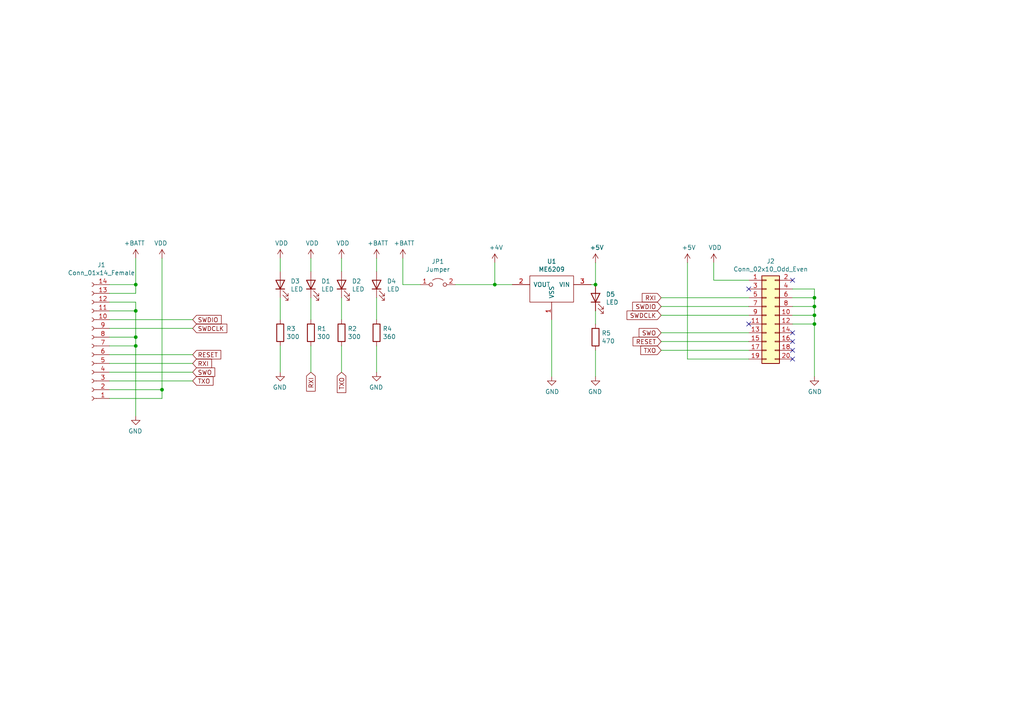
<source format=kicad_sch>
(kicad_sch (version 20211123) (generator eeschema)
  (paper "A4")
  (lib_symbols
    (symbol "Connector:Conn_01x14_Female" (pin_names (offset 1.016) hide)
      (property "Reference" "J" (at 0 17.78 0))
      (property "Value" "Conn_01x14_Female" (at 0 -20.32 0))
      (symbol "Conn_01x14_Female_1_1"
        (arc (start 0 -17.272) (mid -0.508 -17.78) (end 0 -18.288) (stroke (width 0.1524)))
        (arc (start 0 -14.732) (mid -0.508 -15.24) (end 0 -15.748) (stroke (width 0.1524)))
        (arc (start 0 -12.192) (mid -0.508 -12.7) (end 0 -13.208) (stroke (width 0.1524)))
        (arc (start 0 -9.652) (mid -0.508 -10.16) (end 0 -10.668) (stroke (width 0.1524)))
        (arc (start 0 -7.112) (mid -0.508 -7.62) (end 0 -8.128) (stroke (width 0.1524)))
        (arc (start 0 -4.572) (mid -0.508 -5.08) (end 0 -5.588) (stroke (width 0.1524)))
        (arc (start 0 -2.032) (mid -0.508 -2.54) (end 0 -3.048) (stroke (width 0.1524)))
        (polyline (pts (xy -1.27 -17.78) (xy -0.508 -17.78)) (stroke (width 0.1524)))
        (polyline (pts (xy -1.27 -15.24) (xy -0.508 -15.24)) (stroke (width 0.1524)))
        (polyline (pts (xy -1.27 -12.7) (xy -0.508 -12.7)) (stroke (width 0.1524)))
        (polyline (pts (xy -1.27 -10.16) (xy -0.508 -10.16)) (stroke (width 0.1524)))
        (polyline (pts (xy -1.27 -7.62) (xy -0.508 -7.62)) (stroke (width 0.1524)))
        (polyline (pts (xy -1.27 -5.08) (xy -0.508 -5.08)) (stroke (width 0.1524)))
        (polyline (pts (xy -1.27 -2.54) (xy -0.508 -2.54)) (stroke (width 0.1524)))
        (polyline (pts (xy -1.27 0) (xy -0.508 0)) (stroke (width 0.1524)))
        (polyline (pts (xy -1.27 2.54) (xy -0.508 2.54)) (stroke (width 0.1524)))
        (polyline (pts (xy -1.27 5.08) (xy -0.508 5.08)) (stroke (width 0.1524)))
        (polyline (pts (xy -1.27 7.62) (xy -0.508 7.62)) (stroke (width 0.1524)))
        (polyline (pts (xy -1.27 10.16) (xy -0.508 10.16)) (stroke (width 0.1524)))
        (polyline (pts (xy -1.27 12.7) (xy -0.508 12.7)) (stroke (width 0.1524)))
        (polyline (pts (xy -1.27 15.24) (xy -0.508 15.24)) (stroke (width 0.1524)))
        (arc (start 0 0.508) (mid -0.508 0) (end 0 -0.508) (stroke (width 0.1524)))
        (arc (start 0 3.048) (mid -0.508 2.54) (end 0 2.032) (stroke (width 0.1524)))
        (arc (start 0 5.588) (mid -0.508 5.08) (end 0 4.572) (stroke (width 0.1524)))
        (arc (start 0 8.128) (mid -0.508 7.62) (end 0 7.112) (stroke (width 0.1524)))
        (arc (start 0 10.668) (mid -0.508 10.16) (end 0 9.652) (stroke (width 0.1524)))
        (arc (start 0 13.208) (mid -0.508 12.7) (end 0 12.192) (stroke (width 0.1524)))
        (arc (start 0 15.748) (mid -0.508 15.24) (end 0 14.732) (stroke (width 0.1524)))
        (pin passive line (at -5.08 15.24 0) (length 3.81) (name "Pin_1") (number "1"))
        (pin passive line (at -5.08 -7.62 0) (length 3.81) (name "Pin_10") (number "10"))
        (pin passive line (at -5.08 -10.16 0) (length 3.81) (name "Pin_11") (number "11"))
        (pin passive line (at -5.08 -12.7 0) (length 3.81) (name "Pin_12") (number "12"))
        (pin passive line (at -5.08 -15.24 0) (length 3.81) (name "Pin_13") (number "13"))
        (pin passive line (at -5.08 -17.78 0) (length 3.81) (name "Pin_14") (number "14"))
        (pin passive line (at -5.08 12.7 0) (length 3.81) (name "Pin_2") (number "2"))
        (pin passive line (at -5.08 10.16 0) (length 3.81) (name "Pin_3") (number "3"))
        (pin passive line (at -5.08 7.62 0) (length 3.81) (name "Pin_4") (number "4"))
        (pin passive line (at -5.08 5.08 0) (length 3.81) (name "Pin_5") (number "5"))
        (pin passive line (at -5.08 2.54 0) (length 3.81) (name "Pin_6") (number "6"))
        (pin passive line (at -5.08 0 0) (length 3.81) (name "Pin_7") (number "7"))
        (pin passive line (at -5.08 -2.54 0) (length 3.81) (name "Pin_8") (number "8"))
        (pin passive line (at -5.08 -5.08 0) (length 3.81) (name "Pin_9") (number "9"))
      )
    )
    (symbol "Connector_Generic:Conn_02x10_Odd_Even" (pin_names (offset 1.016) hide)
      (property "Reference" "J" (at 1.27 12.7 0))
      (property "Value" "Conn_02x10_Odd_Even" (at 1.27 -15.24 0))
      (symbol "Conn_02x10_Odd_Even_1_1"
        (rectangle (start -1.27 -12.573) (end 0 -12.827) (stroke (width 0.1524)))
        (rectangle (start -1.27 -10.033) (end 0 -10.287) (stroke (width 0.1524)))
        (rectangle (start -1.27 -7.493) (end 0 -7.747) (stroke (width 0.1524)))
        (rectangle (start -1.27 -4.953) (end 0 -5.207) (stroke (width 0.1524)))
        (rectangle (start -1.27 -2.413) (end 0 -2.667) (stroke (width 0.1524)))
        (rectangle (start -1.27 0.127) (end 0 -0.127) (stroke (width 0.1524)))
        (rectangle (start -1.27 2.667) (end 0 2.413) (stroke (width 0.1524)))
        (rectangle (start -1.27 5.207) (end 0 4.953) (stroke (width 0.1524)))
        (rectangle (start -1.27 7.747) (end 0 7.493) (stroke (width 0.1524)))
        (rectangle (start -1.27 10.287) (end 0 10.033) (stroke (width 0.1524)))
        (rectangle (start -1.27 11.43) (end 3.81 -13.97) (stroke (width 0.254)) (fill (type background)))
        (rectangle (start 3.81 -12.573) (end 2.54 -12.827) (stroke (width 0.1524)))
        (rectangle (start 3.81 -10.033) (end 2.54 -10.287) (stroke (width 0.1524)))
        (rectangle (start 3.81 -7.493) (end 2.54 -7.747) (stroke (width 0.1524)))
        (rectangle (start 3.81 -4.953) (end 2.54 -5.207) (stroke (width 0.1524)))
        (rectangle (start 3.81 -2.413) (end 2.54 -2.667) (stroke (width 0.1524)))
        (rectangle (start 3.81 0.127) (end 2.54 -0.127) (stroke (width 0.1524)))
        (rectangle (start 3.81 2.667) (end 2.54 2.413) (stroke (width 0.1524)))
        (rectangle (start 3.81 5.207) (end 2.54 4.953) (stroke (width 0.1524)))
        (rectangle (start 3.81 7.747) (end 2.54 7.493) (stroke (width 0.1524)))
        (rectangle (start 3.81 10.287) (end 2.54 10.033) (stroke (width 0.1524)))
        (pin passive line (at -5.08 10.16 0) (length 3.81) (name "Pin_1") (number "1"))
        (pin passive line (at 7.62 0 180) (length 3.81) (name "Pin_10") (number "10"))
        (pin passive line (at -5.08 -2.54 0) (length 3.81) (name "Pin_11") (number "11"))
        (pin passive line (at 7.62 -2.54 180) (length 3.81) (name "Pin_12") (number "12"))
        (pin passive line (at -5.08 -5.08 0) (length 3.81) (name "Pin_13") (number "13"))
        (pin passive line (at 7.62 -5.08 180) (length 3.81) (name "Pin_14") (number "14"))
        (pin passive line (at -5.08 -7.62 0) (length 3.81) (name "Pin_15") (number "15"))
        (pin passive line (at 7.62 -7.62 180) (length 3.81) (name "Pin_16") (number "16"))
        (pin passive line (at -5.08 -10.16 0) (length 3.81) (name "Pin_17") (number "17"))
        (pin passive line (at 7.62 -10.16 180) (length 3.81) (name "Pin_18") (number "18"))
        (pin passive line (at -5.08 -12.7 0) (length 3.81) (name "Pin_19") (number "19"))
        (pin passive line (at 7.62 10.16 180) (length 3.81) (name "Pin_2") (number "2"))
        (pin passive line (at 7.62 -12.7 180) (length 3.81) (name "Pin_20") (number "20"))
        (pin passive line (at -5.08 7.62 0) (length 3.81) (name "Pin_3") (number "3"))
        (pin passive line (at 7.62 7.62 180) (length 3.81) (name "Pin_4") (number "4"))
        (pin passive line (at -5.08 5.08 0) (length 3.81) (name "Pin_5") (number "5"))
        (pin passive line (at 7.62 5.08 180) (length 3.81) (name "Pin_6") (number "6"))
        (pin passive line (at -5.08 2.54 0) (length 3.81) (name "Pin_7") (number "7"))
        (pin passive line (at 7.62 2.54 180) (length 3.81) (name "Pin_8") (number "8"))
        (pin passive line (at -5.08 0 0) (length 3.81) (name "Pin_9") (number "9"))
      )
    )
    (symbol "Device:LED" (pin_numbers hide) (pin_names (offset 1.016) hide)
      (property "Reference" "D" (at 0 2.54 0))
      (property "Value" "LED" (at 0 -2.54 0))
      (symbol "LED_0_1"
        (polyline (pts (xy -1.27 -1.27) (xy -1.27 1.27)) (stroke (width 0.254)))
        (polyline (pts (xy -1.27 0) (xy 1.27 0)))
        (polyline (pts (xy 1.27 -1.27) (xy 1.27 1.27) (xy -1.27 0) (xy 1.27 -1.27)) (stroke (width 0.254)))
        (polyline (pts (xy -3.048 -0.762) (xy -4.572 -2.286) (xy -3.81 -2.286) (xy -4.572 -2.286) (xy -4.572 -1.524)))
        (polyline (pts (xy -1.778 -0.762) (xy -3.302 -2.286) (xy -2.54 -2.286) (xy -3.302 -2.286) (xy -3.302 -1.524)))
      )
      (symbol "LED_1_1"
        (pin passive line (at -3.81 0 0) (length 2.54) (name "K") (number "1"))
        (pin passive line (at 3.81 0 180) (length 2.54) (name "A") (number "2"))
      )
    )
    (symbol "Device:R" (pin_numbers hide) (pin_names (offset 0))
      (property "Reference" "R" (at 2.032 0 90))
      (property "Value" "R" (at 0 0 90))
      (symbol "R_0_1"
        (rectangle (start -1.016 -2.54) (end 1.016 2.54) (stroke (width 0.254)))
      )
      (symbol "R_1_1"
        (pin passive line (at 0 3.81 270) (length 1.27) (name "~") (number "1"))
        (pin passive line (at 0 -3.81 90) (length 1.27) (name "~") (number "2"))
      )
    )
    (symbol "Jumper:Jumper_2_Open" (pin_names (offset 0) hide)
      (property "Reference" "JP" (at 0 2.794 0))
      (property "Value" "Jumper_2_Open" (at 0 -2.286 0))
      (symbol "Jumper_2_Open_0_0"
        (circle (center -2.032 0) (radius 0.508))
        (circle (center 2.032 0) (radius 0.508))
      )
      (symbol "Jumper_2_Open_0_1"
        (arc (start 1.524 1.27) (mid 0 1.778) (end -1.524 1.27))
      )
      (symbol "Jumper_2_Open_1_1"
        (pin passive line (at -5.08 0 0) (length 2.54) (name "A") (number "1"))
        (pin passive line (at 5.08 0 180) (length 2.54) (name "B") (number "2"))
      )
    )
    (symbol "Pixels-dice:ME6209" (pin_names (offset 1.016))
      (property "Reference" "U" (at 3.81 -6.35 0))
      (property "Value" "ME6209" (at 0 3.81 0))
      (symbol "ME6209_0_1"
        (rectangle (start -6.35 2.54) (end 6.35 -5.08))
      )
      (symbol "ME6209_1_1"
        (pin power_in line (at 0 -10.16 90) (length 5.08) (name "VSS") (number "1"))
        (pin power_out line (at 11.43 0 180) (length 5.08) (name "VOUT") (number "2"))
        (pin power_in line (at -11.43 0 0) (length 5.08) (name "VIN") (number "3"))
      )
    )
    (symbol "power:+4V" (power) (pin_names (offset 0))
      (property "Value" "+4V" (at 0 3.556 0))
      (symbol "+4V_0_1"
        (polyline (pts (xy -0.762 1.27) (xy 0 2.54)))
        (polyline (pts (xy 0 0) (xy 0 2.54)))
        (polyline (pts (xy 0 2.54) (xy 0.762 1.27)))
      )
      (symbol "+4V_1_1"
        (pin power_in line (at 0 0 90) (length 0) hide (name "+4V") (number "1"))
      )
    )
    (symbol "power:+5V" (power) (pin_names (offset 0))
      (property "Value" "+5V" (at 0 3.556 0))
      (symbol "+5V_0_1"
        (polyline (pts (xy -0.762 1.27) (xy 0 2.54)))
        (polyline (pts (xy 0 0) (xy 0 2.54)))
        (polyline (pts (xy 0 2.54) (xy 0.762 1.27)))
      )
      (symbol "+5V_1_1"
        (pin power_in line (at 0 0 90) (length 0) hide (name "+5V") (number "1"))
      )
    )
    (symbol "power:+BATT" (power) (pin_names (offset 0))
      (property "Value" "+BATT" (at 0 3.556 0))
      (symbol "+BATT_0_1"
        (polyline (pts (xy -0.762 1.27) (xy 0 2.54)))
        (polyline (pts (xy 0 0) (xy 0 2.54)))
        (polyline (pts (xy 0 2.54) (xy 0.762 1.27)))
      )
      (symbol "+BATT_1_1"
        (pin power_in line (at 0 0 90) (length 0) hide (name "+BATT") (number "1"))
      )
    )
    (symbol "power:GND" (power) (pin_names (offset 0))
      (property "Value" "GND" (at 0 -3.81 0))
      (symbol "GND_0_1"
        (polyline (pts (xy 0 0) (xy 0 -1.27) (xy 1.27 -1.27) (xy 0 -2.54) (xy -1.27 -1.27) (xy 0 -1.27)))
      )
      (symbol "GND_1_1"
        (pin power_in line (at 0 0 270) (length 0) hide (name "GND") (number "1"))
      )
    )
    (symbol "power:VDD" (power) (pin_names (offset 0))
      (property "Value" "VDD" (at 0 3.81 0))
      (symbol "VDD_0_1"
        (polyline (pts (xy -0.762 1.27) (xy 0 2.54)))
        (polyline (pts (xy 0 0) (xy 0 2.54)))
        (polyline (pts (xy 0 2.54) (xy 0.762 1.27)))
      )
      (symbol "VDD_1_1"
        (pin power_in line (at 0 0 90) (length 0) hide (name "VDD") (number "1"))
      )
    )
  )
  (junction (at 39.37 100.33))
  (junction (at 46.99 113.03))
  (junction (at 39.37 90.17))
  (junction (at 143.51 82.55))
  (junction (at 39.37 82.55))
  (junction (at 236.22 93.98))
  (junction (at 236.22 88.9))
  (junction (at 236.22 86.36))
  (junction (at 172.72 82.55))
  (junction (at 236.22 91.44))
  (junction (at 39.37 97.79))
  (no_connect (at 229.87 96.52))
  (no_connect (at 217.17 93.98))
  (no_connect (at 229.87 99.06))
  (no_connect (at 229.87 104.14))
  (no_connect (at 217.17 83.82))
  (no_connect (at 229.87 81.28))
  (no_connect (at 229.87 101.6))
  (wire (pts (xy 90.17 100.33) (xy 90.17 107.95)))
  (wire (pts (xy 217.17 91.44) (xy 191.77 91.44)))
  (wire (pts (xy 81.28 86.36) (xy 81.28 92.71)))
  (wire (pts (xy 217.17 99.06) (xy 191.77 99.06)))
  (wire (pts (xy 199.39 104.14) (xy 199.39 76.2)))
  (wire (pts (xy 132.08 82.55) (xy 143.51 82.55)))
  (wire (pts (xy 39.37 100.33) (xy 39.37 120.65)))
  (wire (pts (xy 46.99 115.57) (xy 46.99 113.03)))
  (wire (pts (xy 217.17 96.52) (xy 191.77 96.52)))
  (wire (pts (xy 172.72 82.55) (xy 171.45 82.55)))
  (wire (pts (xy 99.06 74.93) (xy 99.06 78.74)))
  (wire (pts (xy 217.17 101.6) (xy 191.77 101.6)))
  (wire (pts (xy 172.72 90.17) (xy 172.72 93.98)))
  (wire (pts (xy 39.37 90.17) (xy 39.37 97.79)))
  (wire (pts (xy 236.22 93.98) (xy 236.22 109.22)))
  (wire (pts (xy 172.72 76.2) (xy 172.72 82.55)))
  (wire (pts (xy 109.22 86.36) (xy 109.22 92.71)))
  (wire (pts (xy 143.51 82.55) (xy 148.59 82.55)))
  (wire (pts (xy 39.37 85.09) (xy 39.37 82.55)))
  (wire (pts (xy 90.17 74.93) (xy 90.17 78.74)))
  (wire (pts (xy 217.17 86.36) (xy 191.77 86.36)))
  (wire (pts (xy 81.28 74.93) (xy 81.28 78.74)))
  (wire (pts (xy 116.84 82.55) (xy 121.92 82.55)))
  (wire (pts (xy 55.88 102.87) (xy 31.75 102.87)))
  (wire (pts (xy 236.22 86.36) (xy 236.22 88.9)))
  (wire (pts (xy 31.75 87.63) (xy 39.37 87.63)))
  (wire (pts (xy 31.75 95.25) (xy 55.88 95.25)))
  (wire (pts (xy 229.87 91.44) (xy 236.22 91.44)))
  (wire (pts (xy 31.75 100.33) (xy 39.37 100.33)))
  (wire (pts (xy 236.22 91.44) (xy 236.22 93.98)))
  (wire (pts (xy 31.75 90.17) (xy 39.37 90.17)))
  (wire (pts (xy 31.75 110.49) (xy 55.88 110.49)))
  (wire (pts (xy 31.75 105.41) (xy 55.88 105.41)))
  (wire (pts (xy 109.22 74.93) (xy 109.22 78.74)))
  (wire (pts (xy 39.37 97.79) (xy 39.37 100.33)))
  (wire (pts (xy 236.22 83.82) (xy 236.22 86.36)))
  (wire (pts (xy 143.51 76.2) (xy 143.51 82.55)))
  (wire (pts (xy 217.17 88.9) (xy 191.77 88.9)))
  (wire (pts (xy 99.06 86.36) (xy 99.06 92.71)))
  (wire (pts (xy 236.22 88.9) (xy 236.22 91.44)))
  (wire (pts (xy 55.88 107.95) (xy 31.75 107.95)))
  (wire (pts (xy 31.75 115.57) (xy 46.99 115.57)))
  (wire (pts (xy 81.28 100.33) (xy 81.28 107.95)))
  (wire (pts (xy 217.17 81.28) (xy 207.01 81.28)))
  (wire (pts (xy 217.17 104.14) (xy 199.39 104.14)))
  (wire (pts (xy 31.75 82.55) (xy 39.37 82.55)))
  (wire (pts (xy 39.37 87.63) (xy 39.37 90.17)))
  (wire (pts (xy 229.87 88.9) (xy 236.22 88.9)))
  (wire (pts (xy 99.06 100.33) (xy 99.06 107.95)))
  (wire (pts (xy 90.17 86.36) (xy 90.17 92.71)))
  (wire (pts (xy 39.37 82.55) (xy 39.37 74.93)))
  (wire (pts (xy 46.99 113.03) (xy 46.99 74.93)))
  (wire (pts (xy 109.22 100.33) (xy 109.22 107.95)))
  (wire (pts (xy 31.75 113.03) (xy 46.99 113.03)))
  (wire (pts (xy 207.01 81.28) (xy 207.01 76.2)))
  (wire (pts (xy 229.87 93.98) (xy 236.22 93.98)))
  (wire (pts (xy 229.87 86.36) (xy 236.22 86.36)))
  (wire (pts (xy 160.02 92.71) (xy 160.02 109.22)))
  (wire (pts (xy 55.88 92.71) (xy 31.75 92.71)))
  (wire (pts (xy 31.75 85.09) (xy 39.37 85.09)))
  (wire (pts (xy 116.84 74.93) (xy 116.84 82.55)))
  (wire (pts (xy 31.75 97.79) (xy 39.37 97.79)))
  (wire (pts (xy 172.72 101.6) (xy 172.72 109.22)))
  (wire (pts (xy 229.87 83.82) (xy 236.22 83.82)))
  (global_label "RESET" (shape input) (at 55.88 102.87 0) (property "Intersheet References" "${INTERSHEET_REFS}" (effects hide)))
  (global_label "SWO" (shape input) (at 191.77 96.52 180) (property "Intersheet References" "${INTERSHEET_REFS}" (effects hide)))
  (global_label "RXI" (shape input) (at 55.88 105.41 0) (property "Intersheet References" "${INTERSHEET_REFS}" (effects hide)))
  (global_label "SWDCLK" (shape input) (at 55.88 95.25 0) (property "Intersheet References" "${INTERSHEET_REFS}" (effects hide)))
  (global_label "SWO" (shape input) (at 55.88 107.95 0) (property "Intersheet References" "${INTERSHEET_REFS}" (effects hide)))
  (global_label "TXO" (shape input) (at 99.06 107.95 270) (property "Intersheet References" "${INTERSHEET_REFS}" (effects hide)))
  (global_label "TXO" (shape input) (at 191.77 101.6 180) (property "Intersheet References" "${INTERSHEET_REFS}" (effects hide)))
  (global_label "TXO" (shape input) (at 55.88 110.49 0) (property "Intersheet References" "${INTERSHEET_REFS}" (effects hide)))
  (global_label "RXI" (shape input) (at 90.17 107.95 270) (property "Intersheet References" "${INTERSHEET_REFS}" (effects hide)))
  (global_label "SWDCLK" (shape input) (at 191.77 91.44 180) (property "Intersheet References" "${INTERSHEET_REFS}" (effects hide)))
  (global_label "RESET" (shape input) (at 191.77 99.06 180) (property "Intersheet References" "${INTERSHEET_REFS}" (effects hide)))
  (global_label "SWDIO" (shape input) (at 191.77 88.9 180) (property "Intersheet References" "${INTERSHEET_REFS}" (effects hide)))
  (global_label "RXI" (shape input) (at 191.77 86.36 180) (property "Intersheet References" "${INTERSHEET_REFS}" (effects hide)))
  (global_label "SWDIO" (shape input) (at 55.88 92.71 0) (property "Intersheet References" "${INTERSHEET_REFS}" (effects hide)))
  (symbol (lib_id "Connector:Conn_01x14_Female") (at 26.67 100.33 180) (unit 1)
    (property "Reference" "J1" (at 29.4132 76.835 0))
    (property "Value" "Conn_01x14_Female" (at 29.4132 79.1464 0))
    (property "Footprint" "Pixels-dice:JUSHUO_FPC_14" (effects hide))
    (property "JLCPCB Part Number" "C41302" (effects hide))
    (property "Manufacturer" "JUSHUO" (effects hide))
    (property "Part Number" "AFC01-S14FCC-00" (effects hide))
  )
  (symbol (lib_id "power:+BATT") (at 39.37 74.93 0) (mirror y) (unit 1)
    (property "Reference" "#PWR01" (effects hide))
    (property "Value" "+BATT" (at 38.989 70.5358 0))
  )
  (symbol (lib_id "power:VDD") (at 46.99 74.93 0) (mirror y) (unit 1)
    (property "Reference" "#PWR03" (effects hide))
    (property "Value" "VDD" (at 46.609 70.5358 0))
  )
  (symbol (lib_id "power:GND") (at 39.37 120.65 0) (mirror y) (unit 1)
    (property "Reference" "#PWR02" (effects hide))
    (property "Value" "GND" (at 39.243 125.0442 0))
  )
  (symbol (lib_id "Device:LED") (at 90.17 82.55 90) (unit 1)
    (property "Reference" "D1" (at 93.1672 81.5594 90) (effects (justify right)))
    (property "Value" "LED" (at 93.1672 83.8708 90) (effects (justify right)))
    (property "Footprint" "Diode_SMD:D_0603_1608Metric" (effects hide))
    (property "JLCPCB Part Number" "C72043" (effects hide))
    (property "Manufacturer" "Everlight Elec" (effects hide))
    (property "Part Number" "19-217/GHC-YR1S2/3T" (effects hide))
  )
  (symbol (lib_id "Device:LED") (at 99.06 82.55 90) (unit 1)
    (property "Reference" "D2" (at 102.0572 81.5594 90) (effects (justify right)))
    (property "Value" "LED" (at 102.0572 83.8708 90) (effects (justify right)))
    (property "Footprint" "Diode_SMD:D_0603_1608Metric" (effects hide))
    (property "JLCPCB Part Number" "C72043" (effects hide))
    (property "Manufacturer" "Everlight Elec" (effects hide))
    (property "Part Number" "19-217/GHC-YR1S2/3T" (effects hide))
  )
  (symbol (lib_id "power:VDD") (at 81.28 74.93 0) (unit 1)
    (property "Reference" "#PWR04" (effects hide))
    (property "Value" "VDD" (at 81.661 70.5358 0))
  )
  (symbol (lib_id "Device:R") (at 90.17 96.52 0) (unit 1)
    (property "Reference" "R1" (at 91.948 95.3516 0) (effects (justify left)))
    (property "Value" "300" (at 91.948 97.663 0) (effects (justify left)))
    (property "Footprint" "Resistor_SMD:R_0603_1608Metric" (effects hide))
    (property "JLCPCB Part Number" "C22775" (effects hide))
    (property "Manufacturer" "UNI-ROYAL(Uniroyal Elec)" (effects hide))
    (property "Part Number" "0603WAJ0301T5E" (effects hide))
  )
  (symbol (lib_id "Device:R") (at 99.06 96.52 0) (unit 1)
    (property "Reference" "R2" (at 100.838 95.3516 0) (effects (justify left)))
    (property "Value" "300" (at 100.838 97.663 0) (effects (justify left)))
    (property "Footprint" "Resistor_SMD:R_0603_1608Metric" (effects hide))
    (property "JLCPCB Part Number" "C22775" (effects hide))
    (property "Manufacturer" "UNI-ROYAL(Uniroyal Elec)" (effects hide))
    (property "Part Number" "0603WAJ0301T5E" (effects hide))
  )
  (symbol (lib_id "Connector_Generic:Conn_02x10_Odd_Even") (at 222.25 91.44 0) (unit 1)
    (property "Reference" "J2" (at 223.52 75.7682 0))
    (property "Value" "Conn_02x10_Odd_Even" (at 223.52 78.0796 0))
    (property "Footprint" "Connector_PinHeader_2.54mm:PinHeader_2x10_P2.54mm_Vertical" (effects hide))
    (property "JLCPCB Part Number" "C492427" (effects hide))
    (property "Manufacturer" "XFCN" (effects hide))
    (property "Part Number" "PZ254V-12-20P" (effects hide))
  )
  (symbol (lib_id "power:VDD") (at 207.01 76.2 0) (unit 1)
    (property "Reference" "#PWR09" (effects hide))
    (property "Value" "VDD" (at 207.391 71.8058 0))
  )
  (symbol (lib_id "power:GND") (at 236.22 109.22 0) (unit 1)
    (property "Reference" "#PWR010" (effects hide))
    (property "Value" "GND" (at 236.347 113.6142 0))
  )
  (symbol (lib_id "power:+BATT") (at 116.84 74.93 0) (unit 1)
    (property "Reference" "#PWR06" (effects hide))
    (property "Value" "+BATT" (at 117.221 70.5358 0))
  )
  (symbol (lib_id "Jumper:Jumper_2_Open") (at 127 82.55 0) (unit 1)
    (property "Reference" "JP1" (at 127 75.8444 0))
    (property "Value" "Jumper" (at 127 78.1558 0))
    (property "Footprint" "Connector_PinHeader_2.54mm:PinHeader_1x02_P2.54mm_Vertical" (effects hide))
    (property "JLCPCB Part Number" "C160332" (effects hide))
    (property "Manufacturer" "JST Sales America" (effects hide))
    (property "Part Number" "RE-H022TD-1190(LF)(SN)" (effects hide))
  )
  (symbol (lib_id "power:+5V") (at 172.72 76.2 0) (unit 1)
    (property "Reference" "#PWR07" (effects hide))
    (property "Value" "+5V" (at 173.101 71.8058 0))
  )
  (symbol (lib_id "power:+5V") (at 199.39 76.2 0) (unit 1)
    (property "Reference" "#PWR08" (effects hide))
    (property "Value" "+5V" (at 199.771 71.8058 0))
  )
  (symbol (lib_id "Pixels-dice:ME6209") (at 160.02 82.55 0) (mirror y) (unit 1)
    (property "Reference" "U1" (at 160.02 75.819 0))
    (property "Value" "ME6209" (at 160.02 78.1304 0))
    (property "Footprint" "Package_TO_SOT_SMD:SOT-89-3" (effects hide))
    (property "JLCPCB Part Number" "C236682" (effects hide))
    (property "Manufacturer" "MICRONE(Nanjing Micro One Elec)" (effects hide))
    (property "Part Number" "ME6209A40PG" (effects hide))
  )
  (symbol (lib_id "power:GND") (at 160.02 109.22 0) (unit 1)
    (property "Reference" "#PWR011" (effects hide))
    (property "Value" "GND" (at 160.147 113.6142 0))
  )
  (symbol (lib_id "power:+4V") (at 143.51 76.2 0) (unit 1)
    (property "Reference" "#PWR012" (effects hide))
    (property "Value" "+4V" (at 143.891 71.8058 0))
  )
  (symbol (lib_id "Device:LED") (at 81.28 82.55 90) (unit 1)
    (property "Reference" "D3" (at 84.2772 81.5594 90) (effects (justify right)))
    (property "Value" "LED" (at 84.2772 83.8708 90) (effects (justify right)))
    (property "Footprint" "Diode_SMD:D_0603_1608Metric" (effects hide))
    (property "JLCPCB Part Number" "C72043" (effects hide))
    (property "Manufacturer" "Everlight Elec" (effects hide))
    (property "Part Number" "19-217/GHC-YR1S2/3T" (effects hide))
  )
  (symbol (lib_id "Device:R") (at 81.28 96.52 0) (unit 1)
    (property "Reference" "R3" (at 83.058 95.3516 0) (effects (justify left)))
    (property "Value" "300" (at 83.058 97.663 0) (effects (justify left)))
    (property "Footprint" "Resistor_SMD:R_0603_1608Metric" (effects hide))
    (property "JLCPCB Part Number" "C22775" (effects hide))
    (property "Manufacturer" "UNI-ROYAL(Uniroyal Elec)" (effects hide))
    (property "Part Number" "0603WAJ0301T5E" (effects hide))
  )
  (symbol (lib_id "power:GND") (at 81.28 107.95 0) (mirror y) (unit 1)
    (property "Reference" "#PWR013" (effects hide))
    (property "Value" "GND" (at 81.153 112.3442 0))
  )
  (symbol (lib_id "Device:LED") (at 109.22 82.55 90) (unit 1)
    (property "Reference" "D4" (at 112.2172 81.5594 90) (effects (justify right)))
    (property "Value" "LED" (at 112.2172 83.8708 90) (effects (justify right)))
    (property "Footprint" "Diode_SMD:D_0603_1608Metric" (effects hide))
    (property "JLCPCB Part Number" "C72043" (effects hide))
    (property "Manufacturer" "Everlight Elec" (effects hide))
    (property "Part Number" "19-217/GHC-YR1S2/3T" (effects hide))
  )
  (symbol (lib_id "Device:R") (at 109.22 96.52 0) (unit 1)
    (property "Reference" "R4" (at 110.998 95.3516 0) (effects (justify left)))
    (property "Value" "360" (at 110.998 97.663 0) (effects (justify left)))
    (property "Footprint" "Resistor_SMD:R_0603_1608Metric" (effects hide))
    (property "JLCPCB Part Number" "C22775" (effects hide))
    (property "Manufacturer" "UNI-ROYAL(Uniroyal Elec)" (effects hide))
    (property "Part Number" "0603WAF3600T5E" (effects hide))
  )
  (symbol (lib_id "power:GND") (at 109.22 107.95 0) (mirror y) (unit 1)
    (property "Reference" "#PWR016" (effects hide))
    (property "Value" "GND" (at 109.093 112.3442 0))
  )
  (symbol (lib_id "power:+BATT") (at 109.22 74.93 0) (unit 1)
    (property "Reference" "#PWR05" (effects hide))
    (property "Value" "+BATT" (at 109.601 70.5358 0))
  )
  (symbol (lib_id "Device:LED") (at 172.72 86.36 90) (unit 1)
    (property "Reference" "D5" (at 175.7172 85.3694 90) (effects (justify right)))
    (property "Value" "LED" (at 175.7172 87.6808 90) (effects (justify right)))
    (property "Footprint" "Diode_SMD:D_0603_1608Metric" (effects hide))
    (property "JLCPCB Part Number" "C72043" (effects hide))
    (property "Manufacturer" "Everlight Elec" (effects hide))
    (property "Part Number" "19-217/GHC-YR1S2/3T" (effects hide))
  )
  (symbol (lib_id "Device:R") (at 172.72 97.79 0) (unit 1)
    (property "Reference" "R5" (at 174.498 96.6216 0) (effects (justify left)))
    (property "Value" "470" (at 174.498 98.933 0) (effects (justify left)))
    (property "Footprint" "Resistor_SMD:R_0603_1608Metric" (effects hide))
    (property "JLCPCB Part Number" "C22775" (effects hide))
    (property "Manufacturer" "UNI-ROYAL(Uniroyal Elec)" (effects hide))
    (property "Part Number" "0603WAJ0471T5E" (effects hide))
  )
  (symbol (lib_id "power:GND") (at 172.72 109.22 0) (mirror y) (unit 1)
    (property "Reference" "#PWR017" (effects hide))
    (property "Value" "GND" (at 172.593 113.6142 0))
  )
  (symbol (lib_id "power:VDD") (at 90.17 74.93 0) (unit 1)
    (property "Reference" "#PWR0102" (effects hide))
    (property "Value" "VDD" (at 90.551 70.5358 0))
  )
  (symbol (lib_id "power:VDD") (at 99.06 74.93 0) (unit 1)
    (property "Reference" "#PWR0101" (effects hide))
    (property "Value" "VDD" (at 99.441 70.5358 0))
  )
)
</source>
